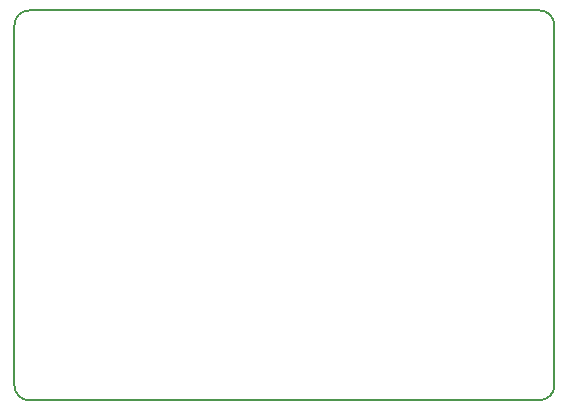
<source format=gbr>
G04 #@! TF.FileFunction,Profile,NP*
%FSLAX46Y46*%
G04 Gerber Fmt 4.6, Leading zero omitted, Abs format (unit mm)*
G04 Created by KiCad (PCBNEW 4.0.6) date 05/26/17 09:36:11*
%MOMM*%
%LPD*%
G01*
G04 APERTURE LIST*
%ADD10C,0.100000*%
%ADD11C,0.150000*%
G04 APERTURE END LIST*
D10*
D11*
X138430000Y-93980000D02*
X181610000Y-93980000D01*
X137160000Y-125730000D02*
X137160000Y-95250000D01*
X181610000Y-127000000D02*
X138430000Y-127000000D01*
X182880000Y-95250000D02*
X182880000Y-125730000D01*
X137160000Y-125730000D02*
G75*
G03X138430000Y-127000000I1270000J0D01*
G01*
X181610000Y-127000000D02*
G75*
G03X182880000Y-125730000I0J1270000D01*
G01*
X182880000Y-95250000D02*
G75*
G03X181610000Y-93980000I-1270000J0D01*
G01*
X138430000Y-93980000D02*
G75*
G03X137160000Y-95250000I0J-1270000D01*
G01*
M02*

</source>
